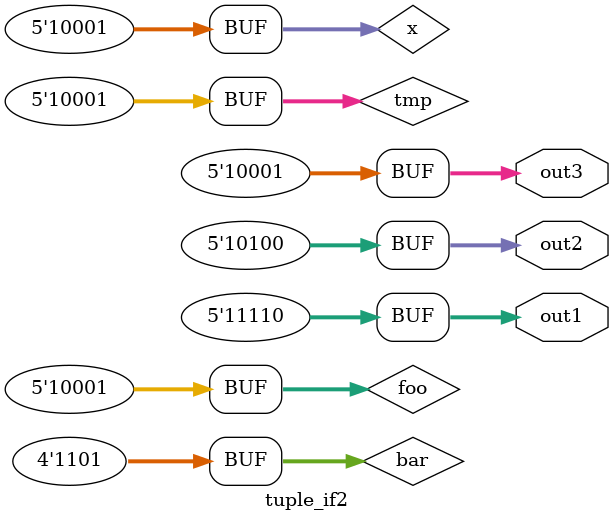
<source format=v>
module tuple_if2 (
  output [4:0] out1,
  output [4:0] out2,
  output [4:0] out3
);

wire [3:0] bar = 3'd7 == 3'd7 ? 4'd13 : 3'd4;
wire [4:0] foo = 3'd7 == 3'd7 ? 5'd17 : 3'd7;
assign out1 = bar + foo;

wire [4:0] tmp = 3'd7 == 3'd7 ? 5'd17 : 3'd7;
assign out2 = 3 + tmp;


wire [4:0] x = 3'd7 == 3'd7 ? 5'd17 : 2'd2;
assign out3 = x;


endmodule

</source>
